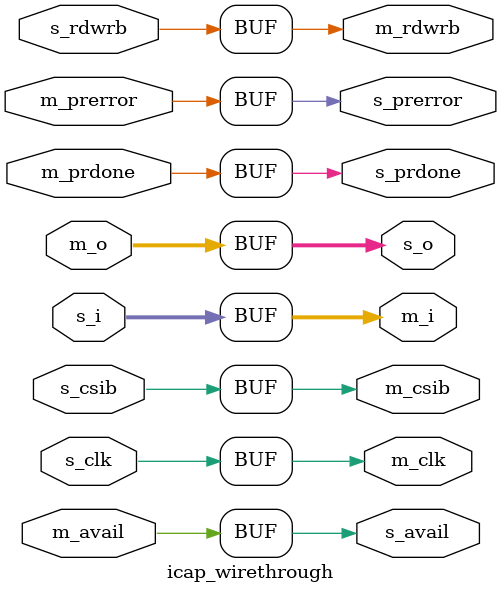
<source format=v>
module icap_wirethrough
#(
parameter integer C_CSIB_WIDTH = 1,
parameter integer C_HAS_CSIB = 1,
parameter integer C_RDWRB_WIDTH = 1,
parameter integer C_HAS_RDWRB = 1,
parameter integer C_I_WIDTH = 32,
parameter integer C_HAS_I = 1,
parameter integer C_O_WIDTH = 32,
parameter integer C_HAS_O = 1,
parameter integer C_CLK_WIDTH = 1,
parameter integer C_HAS_CLK = 1,
parameter integer C_AVAIL_WIDTH = 1,
parameter integer C_HAS_AVAIL = 1,
parameter integer C_PRDONE_WIDTH = 1,
parameter integer C_HAS_PRDONE = 1,
parameter integer C_PRERROR_WIDTH = 1,
parameter integer C_HAS_PRERROR = 1
)
(
(* X_INTERFACE_INFO = "xilinx.com:interface:icap_rtl:1.0 M_ICAP csib " *)
 output wire [((C_CSIB_WIDTH>0)?C_CSIB_WIDTH:1)-1:0] m_csib,
(* X_INTERFACE_INFO = "xilinx.com:interface:icap_rtl:1.0 M_ICAP rdwrb " *)
 output wire [((C_RDWRB_WIDTH>0)?C_RDWRB_WIDTH:1)-1:0] m_rdwrb,
(* X_INTERFACE_INFO = "xilinx.com:interface:icap_rtl:1.0 M_ICAP i " *)
 output wire [((C_I_WIDTH>0)?C_I_WIDTH:1)-1:0] m_i,
(* X_INTERFACE_INFO = "xilinx.com:interface:icap_rtl:1.0 M_ICAP o " *)
 input wire [((C_O_WIDTH>0)?C_O_WIDTH:1)-1:0] m_o,
(* X_INTERFACE_INFO = "xilinx.com:interface:icap_rtl:1.0 M_ICAP clk " *)
 output wire [((C_CLK_WIDTH>0)?C_CLK_WIDTH:1)-1:0] m_clk,
(* X_INTERFACE_INFO = "xilinx.com:interface:icap_rtl:1.0 M_ICAP avail " *)
 input wire [((C_AVAIL_WIDTH>0)?C_AVAIL_WIDTH:1)-1:0] m_avail,
(* X_INTERFACE_INFO = "xilinx.com:interface:icap_rtl:1.0 M_ICAP prdone " *)
 input wire [((C_PRDONE_WIDTH>0)?C_PRDONE_WIDTH:1)-1:0] m_prdone,
(* X_INTERFACE_INFO = "xilinx.com:interface:icap_rtl:1.0 M_ICAP prerror " *)
 input wire [((C_PRERROR_WIDTH>0)?C_PRERROR_WIDTH:1)-1:0] m_prerror,
(* X_INTERFACE_INFO = "xilinx.com:interface:icap_rtl:1.0 S_ICAP csib " *)
input wire [((C_CSIB_WIDTH>0)?C_CSIB_WIDTH:1)-1:0] s_csib,
(* X_INTERFACE_INFO = "xilinx.com:interface:icap_rtl:1.0 S_ICAP rdwrb " *)
input wire [((C_RDWRB_WIDTH>0)?C_RDWRB_WIDTH:1)-1:0] s_rdwrb,
(* X_INTERFACE_INFO = "xilinx.com:interface:icap_rtl:1.0 S_ICAP i " *)
input wire [((C_I_WIDTH>0)?C_I_WIDTH:1)-1:0] s_i,
(* X_INTERFACE_INFO = "xilinx.com:interface:icap_rtl:1.0 S_ICAP o " *)
output wire [((C_O_WIDTH>0)?C_O_WIDTH:1)-1:0] s_o,
(* X_INTERFACE_INFO = "xilinx.com:interface:icap_rtl:1.0 S_ICAP clk " *)
input wire [((C_CLK_WIDTH>0)?C_CLK_WIDTH:1)-1:0] s_clk,
(* X_INTERFACE_INFO = "xilinx.com:interface:icap_rtl:1.0 S_ICAP avail " *)
output wire [((C_AVAIL_WIDTH>0)?C_AVAIL_WIDTH:1)-1:0] s_avail,
(* X_INTERFACE_INFO = "xilinx.com:interface:icap_rtl:1.0 S_ICAP prdone " *)
output wire [((C_PRDONE_WIDTH>0)?C_PRDONE_WIDTH:1)-1:0] s_prdone,
(* X_INTERFACE_INFO = "xilinx.com:interface:icap_rtl:1.0 S_ICAP prerror " *)
output wire [((C_PRERROR_WIDTH>0)?C_PRERROR_WIDTH:1)-1:0] s_prerror
);
assign m_csib = s_csib;
assign m_rdwrb = s_rdwrb;
assign m_i = s_i;
assign s_o = m_o;
assign m_clk = s_clk;
assign s_avail = m_avail;
assign s_prdone = m_prdone;
assign s_prerror = m_prerror;
endmodule

</source>
